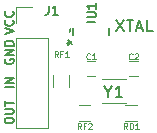
<source format=gto>
%TF.GenerationSoftware,KiCad,Pcbnew,(5.1.6-0-10_14)*%
%TF.CreationDate,2021-01-06T14:26:18+09:00*%
%TF.ProjectId,qPCR-xtal,71504352-2d78-4746-916c-2e6b69636164,rev?*%
%TF.SameCoordinates,Original*%
%TF.FileFunction,Legend,Top*%
%TF.FilePolarity,Positive*%
%FSLAX46Y46*%
G04 Gerber Fmt 4.6, Leading zero omitted, Abs format (unit mm)*
G04 Created by KiCad (PCBNEW (5.1.6-0-10_14)) date 2021-01-06 14:26:18*
%MOMM*%
%LPD*%
G01*
G04 APERTURE LIST*
%ADD10C,0.150000*%
%ADD11C,0.120000*%
%ADD12C,0.152400*%
%ADD13C,0.125000*%
G04 APERTURE END LIST*
D10*
X139152380Y-114852380D02*
X139819047Y-115852380D01*
X139819047Y-114852380D02*
X139152380Y-115852380D01*
X140057142Y-114852380D02*
X140628571Y-114852380D01*
X140342857Y-115852380D02*
X140342857Y-114852380D01*
X140914285Y-115566666D02*
X141390476Y-115566666D01*
X140819047Y-115852380D02*
X141152380Y-114852380D01*
X141485714Y-115852380D01*
X142295238Y-115852380D02*
X141819047Y-115852380D01*
X141819047Y-114852380D01*
X129739285Y-123470000D02*
X129739285Y-123327142D01*
X129775000Y-123255714D01*
X129846428Y-123184285D01*
X129989285Y-123148571D01*
X130239285Y-123148571D01*
X130382142Y-123184285D01*
X130453571Y-123255714D01*
X130489285Y-123327142D01*
X130489285Y-123470000D01*
X130453571Y-123541428D01*
X130382142Y-123612857D01*
X130239285Y-123648571D01*
X129989285Y-123648571D01*
X129846428Y-123612857D01*
X129775000Y-123541428D01*
X129739285Y-123470000D01*
X129739285Y-122827142D02*
X130346428Y-122827142D01*
X130417857Y-122791428D01*
X130453571Y-122755714D01*
X130489285Y-122684285D01*
X130489285Y-122541428D01*
X130453571Y-122470000D01*
X130417857Y-122434285D01*
X130346428Y-122398571D01*
X129739285Y-122398571D01*
X129739285Y-122148571D02*
X129739285Y-121720000D01*
X130489285Y-121934285D02*
X129739285Y-121934285D01*
X130489285Y-120572857D02*
X129739285Y-120572857D01*
X130489285Y-120215714D02*
X129739285Y-120215714D01*
X130489285Y-119787142D01*
X129739285Y-119787142D01*
X129775000Y-118211428D02*
X129739285Y-118282857D01*
X129739285Y-118390000D01*
X129775000Y-118497142D01*
X129846428Y-118568571D01*
X129917857Y-118604285D01*
X130060714Y-118640000D01*
X130167857Y-118640000D01*
X130310714Y-118604285D01*
X130382142Y-118568571D01*
X130453571Y-118497142D01*
X130489285Y-118390000D01*
X130489285Y-118318571D01*
X130453571Y-118211428D01*
X130417857Y-118175714D01*
X130167857Y-118175714D01*
X130167857Y-118318571D01*
X130489285Y-117854285D02*
X129739285Y-117854285D01*
X130489285Y-117425714D01*
X129739285Y-117425714D01*
X130489285Y-117068571D02*
X129739285Y-117068571D01*
X129739285Y-116890000D01*
X129775000Y-116782857D01*
X129846428Y-116711428D01*
X129917857Y-116675714D01*
X130060714Y-116640000D01*
X130167857Y-116640000D01*
X130310714Y-116675714D01*
X130382142Y-116711428D01*
X130453571Y-116782857D01*
X130489285Y-116890000D01*
X130489285Y-117068571D01*
X129739285Y-116100000D02*
X130489285Y-115850000D01*
X129739285Y-115600000D01*
X130417857Y-114921428D02*
X130453571Y-114957142D01*
X130489285Y-115064285D01*
X130489285Y-115135714D01*
X130453571Y-115242857D01*
X130382142Y-115314285D01*
X130310714Y-115350000D01*
X130167857Y-115385714D01*
X130060714Y-115385714D01*
X129917857Y-115350000D01*
X129846428Y-115314285D01*
X129775000Y-115242857D01*
X129739285Y-115135714D01*
X129739285Y-115064285D01*
X129775000Y-114957142D01*
X129810714Y-114921428D01*
X130417857Y-114171428D02*
X130453571Y-114207142D01*
X130489285Y-114314285D01*
X130489285Y-114385714D01*
X130453571Y-114492857D01*
X130382142Y-114564285D01*
X130310714Y-114600000D01*
X130167857Y-114635714D01*
X130060714Y-114635714D01*
X129917857Y-114600000D01*
X129846428Y-114564285D01*
X129775000Y-114492857D01*
X129739285Y-114385714D01*
X129739285Y-114314285D01*
X129775000Y-114207142D01*
X129810714Y-114171428D01*
D11*
%TO.C,C1*%
X137400000Y-119600000D02*
X136700000Y-119600000D01*
X136700000Y-118400000D02*
X137400000Y-118400000D01*
%TO.C,C2*%
X141000000Y-119600000D02*
X140300000Y-119600000D01*
X140300000Y-118400000D02*
X141000000Y-118400000D01*
%TO.C,RD1*%
X139950000Y-122070000D02*
X140950000Y-122070000D01*
X140950000Y-123430000D02*
X139950000Y-123430000D01*
%TO.C,RF1*%
X135230000Y-119550000D02*
X135230000Y-120550000D01*
X133870000Y-120550000D02*
X133870000Y-119550000D01*
D12*
%TO.C,U1*%
X138574000Y-116202516D02*
X138574000Y-115597484D01*
X137387861Y-115023700D02*
X136712139Y-115023700D01*
X135526000Y-115597484D02*
X135526000Y-116202516D01*
X135323516Y-115672177D02*
G75*
G03*
X135221200Y-115900000I202484J-227823D01*
G01*
D11*
%TO.C,Y1*%
X138000000Y-121920000D02*
X140000000Y-121920000D01*
X140000000Y-119880000D02*
X138000000Y-119880000D01*
%TO.C,J1*%
X130720000Y-113795001D02*
X132050000Y-113795001D01*
X130720000Y-115125001D02*
X130720000Y-113795001D01*
X130720000Y-116395001D02*
X133380000Y-116395001D01*
X133380000Y-116395001D02*
X133380000Y-124075001D01*
X130720000Y-116395001D02*
X130720000Y-124075001D01*
X130720000Y-124075001D02*
X133380000Y-124075001D01*
%TO.C,RF2*%
X136000000Y-122070000D02*
X137000000Y-122070000D01*
X137000000Y-123430000D02*
X136000000Y-123430000D01*
%TO.C,C1*%
D13*
X136966666Y-118178571D02*
X136942857Y-118202380D01*
X136871428Y-118226190D01*
X136823809Y-118226190D01*
X136752380Y-118202380D01*
X136704761Y-118154761D01*
X136680952Y-118107142D01*
X136657142Y-118011904D01*
X136657142Y-117940476D01*
X136680952Y-117845238D01*
X136704761Y-117797619D01*
X136752380Y-117750000D01*
X136823809Y-117726190D01*
X136871428Y-117726190D01*
X136942857Y-117750000D01*
X136966666Y-117773809D01*
X137442857Y-118226190D02*
X137157142Y-118226190D01*
X137300000Y-118226190D02*
X137300000Y-117726190D01*
X137252380Y-117797619D01*
X137204761Y-117845238D01*
X137157142Y-117869047D01*
%TO.C,C2*%
X140566666Y-118178571D02*
X140542857Y-118202380D01*
X140471428Y-118226190D01*
X140423809Y-118226190D01*
X140352380Y-118202380D01*
X140304761Y-118154761D01*
X140280952Y-118107142D01*
X140257142Y-118011904D01*
X140257142Y-117940476D01*
X140280952Y-117845238D01*
X140304761Y-117797619D01*
X140352380Y-117750000D01*
X140423809Y-117726190D01*
X140471428Y-117726190D01*
X140542857Y-117750000D01*
X140566666Y-117773809D01*
X140757142Y-117773809D02*
X140780952Y-117750000D01*
X140828571Y-117726190D01*
X140947619Y-117726190D01*
X140995238Y-117750000D01*
X141019047Y-117773809D01*
X141042857Y-117821428D01*
X141042857Y-117869047D01*
X141019047Y-117940476D01*
X140733333Y-118226190D01*
X141042857Y-118226190D01*
%TO.C,RD1*%
X140116666Y-124126190D02*
X139950000Y-123888095D01*
X139830952Y-124126190D02*
X139830952Y-123626190D01*
X140021428Y-123626190D01*
X140069047Y-123650000D01*
X140092857Y-123673809D01*
X140116666Y-123721428D01*
X140116666Y-123792857D01*
X140092857Y-123840476D01*
X140069047Y-123864285D01*
X140021428Y-123888095D01*
X139830952Y-123888095D01*
X140330952Y-124126190D02*
X140330952Y-123626190D01*
X140450000Y-123626190D01*
X140521428Y-123650000D01*
X140569047Y-123697619D01*
X140592857Y-123745238D01*
X140616666Y-123840476D01*
X140616666Y-123911904D01*
X140592857Y-124007142D01*
X140569047Y-124054761D01*
X140521428Y-124102380D01*
X140450000Y-124126190D01*
X140330952Y-124126190D01*
X141092857Y-124126190D02*
X140807142Y-124126190D01*
X140950000Y-124126190D02*
X140950000Y-123626190D01*
X140902380Y-123697619D01*
X140854761Y-123745238D01*
X140807142Y-123769047D01*
%TO.C,RF1*%
X134252380Y-118026190D02*
X134085714Y-117788095D01*
X133966666Y-118026190D02*
X133966666Y-117526190D01*
X134157142Y-117526190D01*
X134204761Y-117550000D01*
X134228571Y-117573809D01*
X134252380Y-117621428D01*
X134252380Y-117692857D01*
X134228571Y-117740476D01*
X134204761Y-117764285D01*
X134157142Y-117788095D01*
X133966666Y-117788095D01*
X134633333Y-117764285D02*
X134466666Y-117764285D01*
X134466666Y-118026190D02*
X134466666Y-117526190D01*
X134704761Y-117526190D01*
X135157142Y-118026190D02*
X134871428Y-118026190D01*
X135014285Y-118026190D02*
X135014285Y-117526190D01*
X134966666Y-117597619D01*
X134919047Y-117645238D01*
X134871428Y-117669047D01*
%TO.C,U1*%
D10*
X136689285Y-114671428D02*
X137296428Y-114671428D01*
X137367857Y-114635714D01*
X137403571Y-114600000D01*
X137439285Y-114528571D01*
X137439285Y-114385714D01*
X137403571Y-114314285D01*
X137367857Y-114278571D01*
X137296428Y-114242857D01*
X136689285Y-114242857D01*
X137439285Y-113492857D02*
X137439285Y-113921428D01*
X137439285Y-113707142D02*
X136689285Y-113707142D01*
X136796428Y-113778571D01*
X136867857Y-113850000D01*
X136903571Y-113921428D01*
X135002380Y-116800000D02*
X135240476Y-116800000D01*
X135145238Y-117038095D02*
X135240476Y-116800000D01*
X135145238Y-116561904D01*
X135430952Y-116942857D02*
X135240476Y-116800000D01*
X135430952Y-116657142D01*
%TO.C,Y1*%
X138523809Y-120976190D02*
X138523809Y-121452380D01*
X138190476Y-120452380D02*
X138523809Y-120976190D01*
X138857142Y-120452380D01*
X139714285Y-121452380D02*
X139142857Y-121452380D01*
X139428571Y-121452380D02*
X139428571Y-120452380D01*
X139333333Y-120595238D01*
X139238095Y-120690476D01*
X139142857Y-120738095D01*
%TO.C,J1*%
X133474999Y-113689285D02*
X133474999Y-114225000D01*
X133439284Y-114332142D01*
X133367856Y-114403571D01*
X133260713Y-114439285D01*
X133189284Y-114439285D01*
X134224999Y-114439285D02*
X133796427Y-114439285D01*
X134010713Y-114439285D02*
X134010713Y-113689285D01*
X133939284Y-113796428D01*
X133867856Y-113867857D01*
X133796427Y-113903571D01*
%TO.C,RF2*%
D13*
X136202380Y-124126190D02*
X136035714Y-123888095D01*
X135916666Y-124126190D02*
X135916666Y-123626190D01*
X136107142Y-123626190D01*
X136154761Y-123650000D01*
X136178571Y-123673809D01*
X136202380Y-123721428D01*
X136202380Y-123792857D01*
X136178571Y-123840476D01*
X136154761Y-123864285D01*
X136107142Y-123888095D01*
X135916666Y-123888095D01*
X136583333Y-123864285D02*
X136416666Y-123864285D01*
X136416666Y-124126190D02*
X136416666Y-123626190D01*
X136654761Y-123626190D01*
X136821428Y-123673809D02*
X136845238Y-123650000D01*
X136892857Y-123626190D01*
X137011904Y-123626190D01*
X137059523Y-123650000D01*
X137083333Y-123673809D01*
X137107142Y-123721428D01*
X137107142Y-123769047D01*
X137083333Y-123840476D01*
X136797619Y-124126190D01*
X137107142Y-124126190D01*
%TD*%
M02*

</source>
